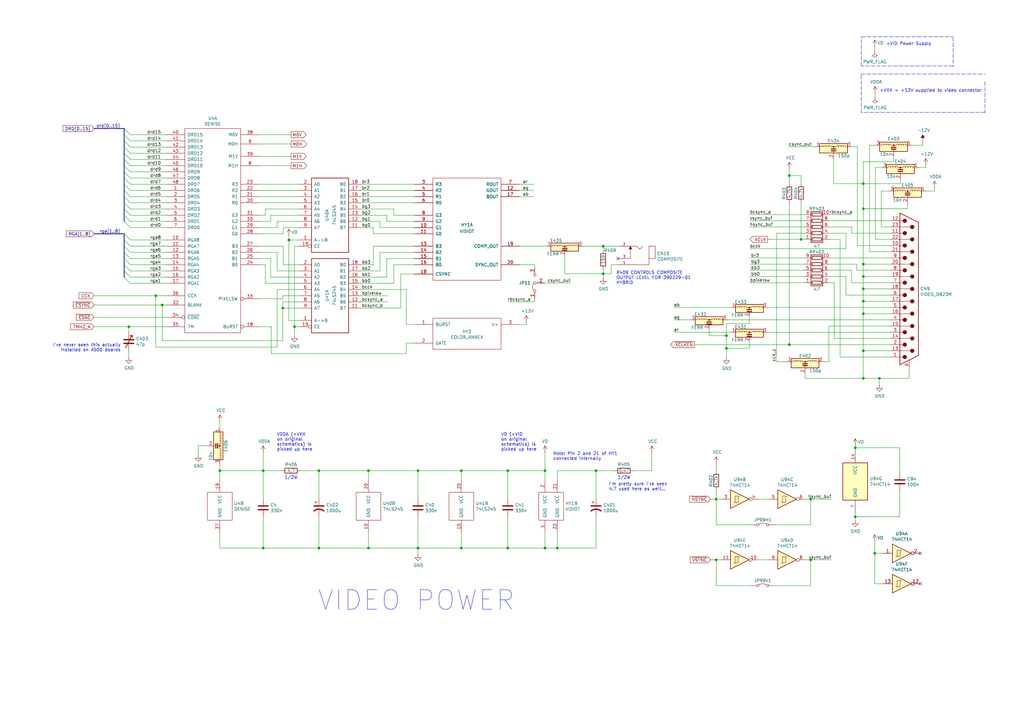
<source format=kicad_sch>
(kicad_sch (version 20250114) (generator "eeschema") (generator_version "9.0")
  (paper "A3")
  (title_block (title "Rämixx500") (date "2021-05-22") (rev "1") (company "SukkoPera") (comment 1 "DENISE IS PRETTY MUCH INTO VIDEO...") (comment 4 "Licensed under CC BY-NC-SA 4.0"))
  (text "VIDEO POWER" (at 130.048 251.079 0) (effects (font (size 8.001 8.001)) (justify left bottom)))
  (text "VD (+VID\non original\nschematics) is\npicked up here" (at 205.486 185.166 0) (effects (font (size 1.27 1.27)) (justify left bottom)))
  (text "1/2W" (at 116.713 196.723 0) (effects (font (size 1.27 1.27)) (justify left bottom)))
  (text "VDDA (+VXX\non original\nschematics) is\npicked up here" (at 113.538 185.166 0) (effects (font (size 1.27 1.27)) (justify left bottom)))
  (text "1/2W" (at 253.238 196.723 0) (effects (font (size 1.27 1.27)) (justify left bottom)))
  (text "+VXX = +12V supplied to video connector" (at 360.807 37.973 0) (effects (font (size 1.27 1.27)) (justify left bottom)))
  (text "+VID Power Supply" (at 382.016 18.796 0) (effects (font (size 1.27 1.27)) (justify right bottom)))
  (text "Note: Pin 2 and 21 of HY1\nconnected internally" (at 226.822 188.976 0) (effects (font (size 1.27 1.27)) (justify left bottom)))
  (text "I'm pretty sure I've seen\n4.7 used here as well..." (at 249.682 201.422 0) (effects (font (size 1.27 1.27)) (justify left bottom)))
  (text "R409 CONTROLS COMPOSITE\nOUTPUT LEVEL FOR 390229-01\nHYBRID" (at 252.73 116.84 0) (effects (font (size 1.27 1.27)) (justify left bottom)))
  (text "I've never seen this actually\ninstalled on A500 boards" (at 49.53 144.399 0) (effects (font (size 1.27 1.27)) (justify right bottom)))
  (junction (at 354.076 155.194))
  (junction (at 130.81 224.79))
  (junction (at 354.076 123.571))
  (junction (at 208.28 224.79))
  (junction (at 323.723 72.009))
  (junction (at 115.951 126.365))
  (junction (at 208.28 193.04))
  (junction (at 350.774 211.963))
  (junction (at 107.95 224.79))
  (junction (at 247.396 100.965))
  (junction (at 360.68 155.194))
  (junction (at 293.751 204.724))
  (junction (at 107.95 193.04))
  (junction (at 354.076 143.891))
  (junction (at 323.723 141.351))
  (junction (at 151.13 193.04))
  (junction (at 247.396 112.268))
  (junction (at 223.52 224.79))
  (junction (at 189.23 224.79))
  (junction (at 354.076 75.311))
  (junction (at 130.81 193.04))
  (junction (at 90.17 193.04))
  (junction (at 354.076 108.331))
  (junction (at 66.548 125.095))
  (junction (at 358.775 226.949))
  (junction (at 118.491 98.425))
  (junction (at 332.486 229.616))
  (junction (at 244.475 193.04))
  (junction (at 328.549 98.171))
  (junction (at 293.751 229.616))
  (junction (at 171.45 193.04))
  (junction (at 120.777 133.985))
  (junction (at 228.6 224.79))
  (junction (at 332.486 204.724))
  (junction (at 354.076 85.598))
  (junction (at 354.076 128.651))
  (junction (at 354.076 113.411))
  (junction (at 297.942 137.668))
  (junction (at 63.881 121.285))
  (junction (at 151.13 224.79))
  (junction (at 189.23 193.04))
  (junction (at 171.45 224.79))
  (junction (at 52.832 133.985))
  (junction (at 223.52 193.04))
  (junction (at 350.774 183.642))
  (junction (at 354.076 118.491))
  (junction (at 297.942 142.875))
  (no_connect (at 377.444 239.395))
  (no_connect (at 377.444 226.949))
  (no_connect (at 253.492 106.045))
  (bus_entry (at 50.927 70.485) (size 2.54 2.54))
  (bus_entry (at 50.927 73.025) (size 2.54 2.54))
  (bus_entry (at 50.927 55.245) (size 2.54 2.54))
  (bus_entry (at 50.927 95.885) (size 2.54 2.54))
  (bus_entry (at 50.927 88.265) (size 2.54 2.54))
  (bus_entry (at 50.927 52.705) (size 2.54 2.54))
  (bus_entry (at 50.927 57.785) (size 2.54 2.54))
  (bus_entry (at 50.927 100.965) (size 2.54 2.54))
  (bus_entry (at 50.927 113.665) (size 2.54 2.54))
  (bus_entry (at 50.927 83.185) (size 2.54 2.54))
  (bus_entry (at 50.927 98.425) (size 2.54 2.54))
  (bus_entry (at 50.927 60.325) (size 2.54 2.54))
  (bus_entry (at 50.927 80.645) (size 2.54 2.54))
  (bus_entry (at 50.927 85.725) (size 2.54 2.54))
  (bus_entry (at 50.927 65.405) (size 2.54 2.54))
  (bus_entry (at 50.927 62.865) (size 2.54 2.54))
  (bus_entry (at 50.927 108.585) (size 2.54 2.54))
  (bus_entry (at 50.927 103.505) (size 2.54 2.54))
  (bus_entry (at 50.927 111.125) (size 2.54 2.54))
  (bus_entry (at 50.927 90.805) (size 2.54 2.54))
  (bus_entry (at 50.927 75.565) (size 2.54 2.54))
  (bus_entry (at 50.927 67.945) (size 2.54 2.54))
  (bus_entry (at 50.927 106.045) (size 2.54 2.54))
  (bus_entry (at 50.927 78.105) (size 2.54 2.54))
  (wire (pts (xy 161.544 88.265) (xy 169.926 88.265)))
  (wire (pts (xy 148.082 108.585) (xy 153.162 108.585)))
  (wire (pts (xy 118.491 98.425) (xy 118.491 96.52)))
  (bus (pts (xy 50.927 85.725) (xy 50.927 88.265)))
  (wire (pts (xy 351.409 110.871) (xy 365.252 110.871)))
  (wire (pts (xy 362.204 239.395) (xy 358.775 239.395)))
  (wire (pts (xy 290.83 137.668) (xy 297.942 137.668)))
  (wire (pts (xy 356.616 59.563) (xy 358.902 59.563)))
  (wire (pts (xy 307.467 108.331) (xy 329.946 108.331)))
  (wire (pts (xy 68.199 88.265) (xy 53.467 88.265)))
  (wire (pts (xy 223.52 193.04) (xy 223.52 196.85)))
  (wire (pts (xy 340.106 93.091) (xy 349.377 93.091)))
  (wire (pts (xy 106.299 80.645) (xy 122.682 80.645)))
  (wire (pts (xy 208.28 193.04) (xy 223.52 193.04)))
  (wire (pts (xy 293.751 204.724) (xy 293.751 215.265)))
  (wire (pts (xy 354.076 143.891) (xy 354.076 155.194)))
  (wire (pts (xy 215.9 133.096) (xy 215.9 131.953)))
  (wire (pts (xy 323.723 141.351) (xy 284.734 141.351)))
  (wire (pts (xy 342.138 115.951) (xy 342.138 138.811)))
  (wire (pts (xy 148.082 78.105) (xy 169.926 78.105)))
  (wire (pts (xy 350.774 210.185) (xy 350.774 211.963)))
  (wire (pts (xy 155.829 111.125) (xy 155.829 103.505)))
  (wire (pts (xy 372.237 83.439) (xy 372.237 85.598)))
  (wire (pts (xy 365.252 98.171) (xy 359.029 98.171)))
  (wire (pts (xy 378.46 59.563) (xy 378.46 57.785)))
  (wire (pts (xy 299.72 136.271) (xy 276.352 136.271)))
  (wire (pts (xy 239.268 100.965) (xy 247.396 100.965)))
  (wire (pts (xy 346.964 121.031) (xy 365.252 121.031)))
  (wire (pts (xy 151.13 193.04) (xy 151.13 196.85)))
  (wire (pts (xy 110.998 90.805) (xy 110.998 88.265)))
  (wire (pts (xy 68.199 55.245) (xy 53.467 55.245)))
  (wire (pts (xy 148.082 116.205) (xy 161.544 116.205)))
  (wire (pts (xy 118.491 131.445) (xy 122.682 131.445)))
  (wire (pts (xy 161.544 108.585) (xy 169.926 108.585)))
  (wire (pts (xy 148.082 75.565) (xy 169.926 75.565)))
  (wire (pts (xy 328.549 72.009) (xy 328.549 75.311)))
  (wire (pts (xy 158.623 90.805) (xy 169.926 90.805)))
  (wire (pts (xy 171.45 193.04) (xy 171.45 204.47)))
  (wire (pts (xy 253.492 108.585) (xy 250.698 108.585)))
  (wire (pts (xy 115.951 121.285) (xy 122.682 121.285)))
  (wire (pts (xy 328.549 82.931) (xy 328.549 98.171)))
  (wire (pts (xy 113.665 118.745) (xy 122.682 118.745)))
  (wire (pts (xy 68.199 111.125) (xy 53.467 111.125)))
  (wire (pts (xy 354.076 128.651) (xy 354.076 143.891)))
  (wire (pts (xy 68.199 85.725) (xy 53.467 85.725)))
  (wire (pts (xy 350.774 211.963) (xy 350.774 213.487)))
  (wire (pts (xy 148.082 126.365) (xy 164.338 126.365)))
  (wire (pts (xy 223.52 224.79) (xy 223.52 218.44)))
  (wire (pts (xy 155.829 90.805) (xy 155.829 93.345)))
  (wire (pts (xy 297.942 132.715) (xy 297.942 137.668)))
  (wire (pts (xy 189.23 218.44) (xy 189.23 224.79)))
  (wire (pts (xy 354.076 75.311) (xy 369.316 75.311)))
  (wire (pts (xy 329.946 95.631) (xy 318.516 95.631)))
  (wire (pts (xy 213.106 133.096) (xy 215.9 133.096)))
  (wire (pts (xy 106.299 59.055) (xy 119.38 59.055)))
  (wire (pts (xy 106.299 93.345) (xy 113.665 93.345)))
  (wire (pts (xy 323.469 60.198) (xy 334.264 60.198)))
  (wire (pts (xy 68.199 78.105) (xy 53.467 78.105)))
  (wire (pts (xy 361.442 78.359) (xy 364.617 78.359)))
  (wire (pts (xy 340.106 108.331) (xy 351.409 108.331)))
  (wire (pts (xy 332.486 240.157) (xy 332.486 229.616)))
  (wire (pts (xy 113.665 93.345) (xy 113.665 90.805)))
  (wire (pts (xy 244.475 193.04) (xy 252.095 193.04)))
  (wire (pts (xy 108.839 85.725) (xy 122.682 85.725)))
  (wire (pts (xy 344.551 146.431) (xy 365.252 146.431)))
  (wire (pts (xy 317.881 215.265) (xy 332.486 215.265)))
  (wire (pts (xy 365.252 113.411) (xy 354.076 113.411)))
  (wire (pts (xy 52.832 133.985) (xy 68.199 133.985)))
  (wire (pts (xy 366.522 66.294) (xy 366.522 64.643)))
  (wire (pts (xy 148.082 93.345) (xy 153.162 93.345)))
  (wire (pts (xy 166.624 140.716) (xy 169.926 140.716)))
  (wire (pts (xy 307.467 113.411) (xy 329.946 113.411)))
  (wire (pts (xy 356.616 59.563) (xy 356.616 103.251)))
  (wire (pts (xy 90.17 224.79) (xy 90.17 218.44)))
  (wire (pts (xy 299.72 126.111) (xy 276.352 126.111)))
  (wire (pts (xy 153.162 108.585) (xy 153.162 100.965)))
  (wire (pts (xy 116.205 100.965) (xy 116.205 108.585)))
  (wire (pts (xy 365.252 93.091) (xy 361.442 93.091)))
  (wire (pts (xy 148.082 118.745) (xy 166.624 118.745)))
  (wire (pts (xy 164.338 126.365) (xy 164.338 112.395)))
  (wire (pts (xy 369.062 183.642) (xy 350.774 183.642)))
  (wire (pts (xy 341.884 65.278) (xy 341.884 75.311)))
  (wire (pts (xy 148.082 88.265) (xy 158.623 88.265)))
  (wire (pts (xy 107.95 212.09) (xy 107.95 224.79)))
  (wire (pts (xy 63.881 121.285) (xy 63.881 142.367)))
  (bus (pts (xy 50.927 65.405) (xy 50.927 67.945)))
  (wire (pts (xy 340.106 113.411) (xy 346.964 113.411)))
  (wire (pts (xy 148.082 113.665) (xy 158.623 113.665)))
  (wire (pts (xy 360.68 157.988) (xy 360.68 155.194)))
  (wire (pts (xy 369.062 211.963) (xy 369.062 201.422)))
  (wire (pts (xy 106.299 108.585) (xy 108.839 108.585)))
  (bus (pts (xy 50.927 73.025) (xy 50.927 75.565)))
  (wire (pts (xy 38.608 125.095) (xy 66.548 125.095)))
  (wire (pts (xy 151.13 218.44) (xy 151.13 224.79)))
  (wire (pts (xy 379.73 68.707) (xy 379.73 67.564)))
  (wire (pts (xy 358.775 20.955) (xy 358.775 18.923)))
  (wire (pts (xy 311.023 204.724) (xy 315.214 204.724)))
  (wire (pts (xy 365.252 123.571) (xy 354.076 123.571)))
  (wire (pts (xy 153.162 95.885) (xy 169.926 95.885)))
  (wire (pts (xy 317.881 240.157) (xy 332.486 240.157)))
  (bus (pts (xy 50.927 103.505) (xy 50.927 106.045)))
  (bus (pts (xy 50.927 100.965) (xy 50.927 103.505)))
  (wire (pts (xy 158.623 113.665) (xy 158.623 106.045)))
  (wire (pts (xy 106.299 64.135) (xy 119.38 64.135)))
  (wire (pts (xy 122.682 100.965) (xy 120.777 100.965)))
  (wire (pts (xy 171.45 212.09) (xy 171.45 224.79)))
  (wire (pts (xy 365.252 118.491) (xy 354.076 118.491)))
  (wire (pts (xy 332.486 215.265) (xy 332.486 204.724)))
  (wire (pts (xy 120.777 133.985) (xy 122.682 133.985)))
  (wire (pts (xy 106.299 88.265) (xy 108.839 88.265)))
  (wire (pts (xy 293.751 215.265) (xy 307.721 215.265)))
  (bus (pts (xy 50.927 95.885) (xy 38.608 95.885)))
  (wire (pts (xy 354.076 155.194) (xy 360.68 155.194)))
  (wire (pts (xy 68.199 93.345) (xy 53.467 93.345)))
  (wire (pts (xy 130.81 224.79) (xy 107.95 224.79)))
  (wire (pts (xy 379.857 78.359) (xy 383.286 78.359)))
  (bus (pts (xy 50.927 98.425) (xy 50.927 100.965)))
  (wire (pts (xy 307.467 88.011) (xy 329.946 88.011)))
  (bus (pts (xy 50.927 111.125) (xy 50.927 113.665)))
  (wire (pts (xy 365.252 128.651) (xy 354.076 128.651)))
  (wire (pts (xy 307.34 142.875) (xy 297.942 142.875)))
  (wire (pts (xy 354.076 118.491) (xy 354.076 123.571)))
  (wire (pts (xy 151.13 193.04) (xy 171.45 193.04)))
  (wire (pts (xy 346.964 113.411) (xy 346.964 121.031)))
  (wire (pts (xy 330.2 155.194) (xy 354.076 155.194)))
  (wire (pts (xy 106.299 95.885) (xy 116.205 95.885)))
  (polyline (pts (xy 353.187 30.353) (xy 403.987 30.353)) (stroke (width 0) (type dash)))
  (wire (pts (xy 283.21 131.191) (xy 276.352 131.191)))
  (wire (pts (xy 189.23 196.85) (xy 189.23 193.04)))
  (wire (pts (xy 307.467 101.981) (xy 346.964 101.981)))
  (wire (pts (xy 354.076 85.598) (xy 354.076 75.311)))
  (wire (pts (xy 213.106 100.965) (xy 224.028 100.965)))
  (wire (pts (xy 116.205 108.585) (xy 122.682 108.585)))
  (wire (pts (xy 68.199 83.185) (xy 53.467 83.185)))
  (wire (pts (xy 350.774 211.963) (xy 369.062 211.963)))
  (wire (pts (xy 122.682 98.425) (xy 118.491 98.425)))
  (wire (pts (xy 213.106 75.565) (xy 218.948 75.565)))
  (wire (pts (xy 106.299 122.555) (xy 115.951 122.555)))
  (wire (pts (xy 354.076 108.331) (xy 354.076 113.411)))
  (wire (pts (xy 107.95 193.04) (xy 107.95 185.42)))
  (wire (pts (xy 332.486 229.616) (xy 340.995 229.616)))
  (wire (pts (xy 307.467 115.951) (xy 329.946 115.951)))
  (bus (pts (xy 50.927 80.645) (xy 50.927 83.185)))
  (bus (pts (xy 50.927 78.105) (xy 50.927 80.645)))
  (bus (pts (xy 50.927 108.585) (xy 50.927 111.125)))
  (wire (pts (xy 38.608 133.985) (xy 52.832 133.985)))
  (wire (pts (xy 52.832 136.271) (xy 52.832 133.985)))
  (wire (pts (xy 106.299 83.185) (xy 122.682 83.185)))
  (polyline (pts (xy 390.906 27.051) (xy 353.314 27.051)) (stroke (width 0) (type dash)))
  (wire (pts (xy 68.199 98.425) (xy 53.467 98.425)))
  (wire (pts (xy 153.162 93.345) (xy 153.162 95.885)))
  (wire (pts (xy 323.723 72.009) (xy 323.723 69.088)))
  (wire (pts (xy 171.45 224.79) (xy 189.23 224.79)))
  (wire (pts (xy 359.029 68.707) (xy 361.696 68.707)))
  (wire (pts (xy 318.516 95.631) (xy 318.516 148.336)))
  (wire (pts (xy 307.467 105.791) (xy 329.946 105.791)))
  (wire (pts (xy 350.774 183.642) (xy 350.774 182.499)))
  (wire (pts (xy 318.516 148.336) (xy 322.58 148.336)))
  (wire (pts (xy 113.665 103.505) (xy 113.665 111.125)))
  (wire (pts (xy 81.28 182.88) (xy 81.28 186.69)))
  (wire (pts (xy 108.839 108.585) (xy 108.839 116.205)))
  (polyline (pts (xy 403.987 46.101) (xy 353.187 46.101)) (stroke (width 0) (type dash)))
  (wire (pts (xy 63.881 121.285) (xy 68.199 121.285)))
  (bus (pts (xy 50.927 70.485) (xy 50.927 73.025)))
  (bus (pts (xy 50.927 75.565) (xy 50.927 78.105)))
  (bus (pts (xy 50.927 52.705) (xy 38.608 52.705)))
  (wire (pts (xy 340.106 95.631) (xy 346.964 95.631)))
  (wire (pts (xy 115.951 122.555) (xy 115.951 121.285)))
  (wire (pts (xy 148.082 83.185) (xy 169.926 83.185)))
  (wire (pts (xy 113.665 111.125) (xy 122.682 111.125)))
  (wire (pts (xy 369.316 75.311) (xy 369.316 73.787)))
  (wire (pts (xy 68.199 65.405) (xy 53.467 65.405)))
  (wire (pts (xy 351.663 60.198) (xy 351.663 100.711)))
  (wire (pts (xy 359.029 68.707) (xy 359.029 98.171)))
  (wire (pts (xy 153.162 100.965) (xy 169.926 100.965)))
  (bus (pts (xy 50.927 52.705) (xy 50.927 55.245)))
  (wire (pts (xy 219.329 123.825) (xy 208.153 123.825)))
  (wire (pts (xy 148.082 121.285) (xy 159.004 121.285)))
  (wire (pts (xy 247.396 102.743) (xy 247.396 100.965)))
  (wire (pts (xy 330.2 153.416) (xy 330.2 155.194)))
  (wire (pts (xy 314.96 136.271) (xy 365.252 136.271)))
  (wire (pts (xy 90.17 190.5) (xy 90.17 193.04)))
  (wire (pts (xy 68.199 108.585) (xy 53.467 108.585)))
  (bus (pts (xy 50.927 83.185) (xy 50.927 85.725)))
  (wire (pts (xy 106.299 106.045) (xy 110.998 106.045)))
  (wire (pts (xy 365.252 108.331) (xy 354.076 108.331)))
  (wire (pts (xy 231.648 104.775) (xy 231.648 112.268)))
  (wire (pts (xy 244.475 193.04) (xy 228.6 193.04)))
  (wire (pts (xy 259.715 193.04) (xy 267.335 193.04)))
  (wire (pts (xy 244.475 193.04) (xy 244.475 204.47)))
  (wire (pts (xy 228.6 193.04) (xy 228.6 196.85)))
  (polyline (pts (xy 353.314 46.101) (xy 353.187 30.353)) (stroke (width 0) (type dash)))
  (wire (pts (xy 307.34 132.715) (xy 297.942 132.715)))
  (wire (pts (xy 68.199 62.865) (xy 53.467 62.865)))
  (wire (pts (xy 155.829 93.345) (xy 169.926 93.345)))
  (polyline (pts (xy 403.987 33.528) (xy 403.987 46.228)) (stroke (width 0) (type dash)))
  (bus (pts (xy 50.927 106.045) (xy 50.927 108.585)))
  (wire (pts (xy 68.199 73.025) (xy 53.467 73.025)))
  (wire (pts (xy 358.775 239.395) (xy 358.775 226.949)))
  (wire (pts (xy 63.881 142.367) (xy 113.665 142.367)))
  (wire (pts (xy 148.082 90.805) (xy 155.829 90.805)))
  (wire (pts (xy 115.951 139.7) (xy 115.951 126.365)))
  (wire (pts (xy 171.45 227.457) (xy 171.45 224.79)))
  (wire (pts (xy 151.13 224.79) (xy 130.81 224.79)))
  (wire (pts (xy 68.199 70.485) (xy 53.467 70.485)))
  (wire (pts (xy 106.299 67.945) (xy 119.38 67.945)))
  (wire (pts (xy 164.338 112.395) (xy 169.926 112.395)))
  (wire (pts (xy 351.663 100.711) (xy 365.252 100.711)))
  (wire (pts (xy 68.199 106.045) (xy 53.467 106.045)))
  (wire (pts (xy 340.106 90.551) (xy 365.252 90.551)))
  (wire (pts (xy 354.076 123.571) (xy 354.076 128.651)))
  (wire (pts (xy 148.082 111.125) (xy 155.829 111.125)))
  (wire (pts (xy 358.775 226.949) (xy 358.775 221.869)))
  (wire (pts (xy 307.34 140.081) (xy 307.34 142.875)))
  (wire (pts (xy 52.832 146.558) (xy 52.832 143.891)))
  (wire (pts (xy 68.199 75.565) (xy 53.467 75.565)))
  (bus (pts (xy 50.927 67.945) (xy 50.927 70.485)))
  (wire (pts (xy 148.082 123.825) (xy 159.004 123.825)))
  (wire (pts (xy 351.409 108.331) (xy 351.409 110.871)))
  (wire (pts (xy 365.252 143.891) (xy 354.076 143.891)))
  (wire (pts (xy 329.946 98.171) (xy 328.549 98.171)))
  (wire (pts (xy 118.491 98.425) (xy 118.491 131.445)))
  (wire (pts (xy 244.475 224.79) (xy 228.6 224.79)))
  (wire (pts (xy 228.6 224.79) (xy 223.52 224.79)))
  (wire (pts (xy 90.17 172.72) (xy 90.17 175.26)))
  (wire (pts (xy 68.199 90.805) (xy 53.467 90.805)))
  (bus (pts (xy 50.927 60.325) (xy 50.927 62.865)))
  (wire (pts (xy 68.199 80.645) (xy 53.467 80.645)))
  (wire (pts (xy 323.723 75.438) (xy 323.723 72.009)))
  (wire (pts (xy 66.548 125.095) (xy 66.548 139.7)))
  (wire (pts (xy 68.199 67.945) (xy 53.467 67.945)))
  (wire (pts (xy 120.777 100.965) (xy 120.777 133.985)))
  (wire (pts (xy 66.548 125.095) (xy 68.199 125.095)))
  (wire (pts (xy 365.252 141.351) (xy 323.723 141.351)))
  (wire (pts (xy 372.237 85.598) (xy 354.076 85.598)))
  (wire (pts (xy 293.751 200.914) (xy 293.751 204.724)))
  (wire (pts (xy 108.839 116.205) (xy 122.682 116.205)))
  (wire (pts (xy 250.698 108.585) (xy 250.698 112.268)))
  (wire (pts (xy 223.139 116.078) (xy 233.934 116.078)))
  (wire (pts (xy 148.082 85.725) (xy 161.544 85.725)))
  (wire (pts (xy 354.076 66.294) (xy 366.522 66.294)))
  (wire (pts (xy 158.623 106.045) (xy 169.926 106.045)))
  (wire (pts (xy 130.81 204.47) (xy 130.81 193.04)))
  (wire (pts (xy 66.548 139.7) (xy 115.951 139.7)))
  (wire (pts (xy 219.329 123.825) (xy 219.329 122.428)))
  (wire (pts (xy 113.665 90.805) (xy 122.682 90.805)))
  (wire (pts (xy 295.783 229.616) (xy 293.751 229.616)))
  (wire (pts (xy 307.34 129.921) (xy 307.34 132.715)))
  (wire (pts (xy 307.467 93.091) (xy 329.946 93.091)))
  (wire (pts (xy 354.076 85.598) (xy 354.076 108.331)))
  (wire (pts (xy 293.751 240.157) (xy 307.721 240.157)))
  (wire (pts (xy 295.783 204.724) (xy 293.751 204.724)))
  (wire (pts (xy 189.23 193.04) (xy 208.28 193.04)))
  (wire (pts (xy 376.936 68.707) (xy 379.73 68.707)))
  (wire (pts (xy 106.299 55.245) (xy 119.38 55.245)))
  (wire (pts (xy 358.902 39.751) (xy 358.902 37.973)))
  (wire (pts (xy 90.17 196.85) (xy 90.17 193.04)))
  (wire (pts (xy 361.442 78.359) (xy 361.442 93.091)))
  (wire (pts (xy 349.25 110.871) (xy 349.25 115.951)))
  (wire (pts (xy 130.81 212.09) (xy 130.81 224.79)))
  (wire (pts (xy 110.998 106.045) (xy 110.998 113.665)))
  (wire (pts (xy 293.751 229.616) (xy 293.751 240.157)))
  (wire (pts (xy 107.95 193.04) (xy 115.57 193.04)))
  (wire (pts (xy 290.83 135.001) (xy 290.83 137.668)))
  (wire (pts (xy 247.396 112.268) (xy 247.396 114.046)))
  (wire (pts (xy 110.998 113.665) (xy 122.682 113.665)))
  (wire (pts (xy 293.751 193.294) (xy 293.751 189.865)))
  (wire (pts (xy 166.624 118.745) (xy 166.624 133.096)))
  (wire (pts (xy 349.377 93.091) (xy 349.377 95.631)))
  (wire (pts (xy 247.396 100.965) (xy 253.492 100.965)))
  (bus (pts (xy 50.927 55.245) (xy 50.927 57.785)))
  (wire (pts (xy 323.723 83.058) (xy 323.723 141.351)))
  (wire (pts (xy 90.17 193.04) (xy 107.95 193.04)))
  (wire (pts (xy 68.199 113.665) (xy 53.467 113.665)))
  (wire (pts (xy 116.205 95.885) (xy 116.205 93.345)))
  (wire (pts (xy 323.723 72.009) (xy 328.549 72.009)))
  (wire (pts (xy 354.076 75.311) (xy 354.076 66.294)))
  (wire (pts (xy 328.549 98.171) (xy 314.833 98.171)))
  (wire (pts (xy 208.28 212.09) (xy 208.28 224.79)))
  (wire (pts (xy 155.829 103.505) (xy 169.926 103.505)))
  (wire (pts (xy 340.106 88.011) (xy 349.377 88.011)))
  (wire (pts (xy 340.106 115.951) (xy 342.138 115.951)))
  (wire (pts (xy 307.467 110.871) (xy 329.946 110.871)))
  (wire (pts (xy 293.751 229.616) (xy 291.465 229.616)))
  (wire (pts (xy 68.199 103.505) (xy 53.467 103.505)))
  (wire (pts (xy 297.942 142.875) (xy 297.942 146.685)))
  (wire (pts (xy 208.28 193.04) (xy 208.28 204.47)))
  (wire (pts (xy 314.96 126.111) (xy 365.252 126.111)))
  (wire (pts (xy 158.623 88.265) (xy 158.623 90.805)))
  (wire (pts (xy 223.52 185.42) (xy 223.52 193.04)))
  (wire (pts (xy 213.106 108.585) (xy 219.329 108.585)))
  (wire (pts (xy 151.13 224.79) (xy 171.45 224.79)))
  (wire (pts (xy 350.774 184.785) (xy 350.774 183.642)))
  (wire (pts (xy 228.6 218.44) (xy 228.6 224.79)))
  (wire (pts (xy 108.839 88.265) (xy 108.839 85.725)))
  (wire (pts (xy 110.998 88.265) (xy 122.682 88.265)))
  (wire (pts (xy 267.335 185.42) (xy 267.335 193.04)))
  (wire (pts (xy 369.062 193.802) (xy 369.062 183.642)))
  (wire (pts (xy 106.299 103.505) (xy 113.665 103.505)))
  (wire (pts (xy 148.082 80.645) (xy 169.926 80.645)))
  (wire (pts (xy 340.106 110.871) (xy 349.25 110.871)))
  (wire (pts (xy 360.68 155.194) (xy 372.872 155.194)))
  (wire (pts (xy 106.299 100.965) (xy 116.205 100.965)))
  (wire (pts (xy 354.076 113.411) (xy 354.076 118.491)))
  (wire (pts (xy 106.299 90.805) (xy 110.998 90.805)))
  (wire (pts (xy 293.751 204.724) (xy 291.465 204.724)))
  (wire (pts (xy 166.624 133.096) (xy 169.926 133.096)))
  (wire (pts (xy 107.95 224.79) (xy 90.17 224.79)))
  (wire (pts (xy 171.45 193.04) (xy 189.23 193.04)))
  (polyline (pts (xy 353.314 15.113) (xy 390.906 15.113)) (stroke (width 0) (type dash)))
  (wire (pts (xy 106.299 78.105) (xy 122.682 78.105)))
  (wire (pts (xy 130.81 193.04) (xy 151.13 193.04)))
  (wire (pts (xy 330.454 204.724) (xy 332.486 204.724)))
  (wire (pts (xy 115.951 123.825) (xy 122.682 123.825)))
  (wire (pts (xy 349.377 95.631) (xy 365.252 95.631)))
  (wire (pts (xy 372.872 155.194) (xy 372.872 151.511)))
  (wire (pts (xy 166.624 145.034) (xy 166.624 140.716)))
  (polyline (pts (xy 353.314 27.051) (xy 353.314 15.113)) (stroke (width 0) (type dash)))
  (wire (pts (xy 339.979 133.731) (xy 339.979 148.336)))
  (wire (pts (xy 161.544 85.725) (xy 161.544 88.265)))
  (wire (pts (xy 189.23 224.79) (xy 208.28 224.79)))
  (wire (pts (xy 68.199 116.205) (xy 53.467 116.205)))
  (wire (pts (xy 307.467 90.551) (xy 329.946 90.551)))
  (wire (pts (xy 341.884 75.311) (xy 354.076 75.311)))
  (wire (pts (xy 68.199 60.325) (xy 53.467 60.325)))
  (wire (pts (xy 311.023 229.616) (xy 315.214 229.616)))
  (wire (pts (xy 247.396 110.363) (xy 247.396 112.268)))
  (wire (pts (xy 208.28 224.79) (xy 223.52 224.79)))
  (bus (pts (xy 50.927 95.885) (xy 50.927 98.425)))
  (wire (pts (xy 106.299 75.565) (xy 122.682 75.565)))
  (wire (pts (xy 362.204 226.949) (xy 358.775 226.949)))
  (wire (pts (xy 107.95 193.04) (xy 107.95 204.47)))
  (wire (pts (xy 337.82 148.336) (xy 339.979 148.336)))
  (wire (pts (xy 231.648 112.268) (xy 247.396 112.268)))
  (wire (pts (xy 374.142 59.563) (xy 378.46 59.563)))
  (wire (pts (xy 38.608 130.175) (xy 68.199 130.175)))
  (wire (pts (xy 365.252 138.811) (xy 342.138 138.811)))
  (wire (pts (xy 161.544 116.205) (xy 161.544 108.585)))
  (wire (pts (xy 85.09 182.88) (xy 81.28 182.88)))
  (wire (pts (xy 244.475 212.09) (xy 244.475 224.79)))
  (wire (pts (xy 213.106 80.645) (xy 218.948 80.645)))
  (wire (pts (xy 68.199 57.785) (xy 53.467 57.785)))
  (wire (pts (xy 339.979 133.731) (xy 365.252 133.731)))
  (wire (pts (xy 115.951 126.365) (xy 115.951 123.825)))
  (wire (pts (xy 365.252 103.251) (xy 356.616 103.251)))
  (wire (pts (xy 68.199 100.965) (xy 53.467 100.965)))
  (wire (pts (xy 330.454 229.616) (xy 332.486 229.616)))
  (wire (pts (xy 344.551 98.171) (xy 340.106 98.171)))
  (wire (pts (xy 332.486 204.724) (xy 340.995 204.724)))
  (wire (pts (xy 116.205 93.345) (xy 122.682 93.345)))
  (wire (pts (xy 120.777 137.668) (xy 120.777 133.985)))
  (bus (pts (xy 50.927 62.865) (xy 50.927 65.405)))
  (bus (pts (xy 50.927 57.785) (xy 50.927 60.325)))
  (wire (pts (xy 247.396 112.268) (xy 250.698 112.268)))
  (wire (pts (xy 219.329 108.585) (xy 219.329 109.728)))
  (wire (pts (xy 346.964 95.631) (xy 346.964 101.981)))
  (wire (pts (xy 38.608 121.285) (xy 63.881 121.285)))
  (wire (pts (xy 111.252 145.034) (xy 166.624 145.034)))
  (wire (pts (xy 122.682 126.365) (xy 115.951 126.365)))
  (wire (pts (xy 113.665 142.367) (xy 113.665 118.745)))
  (wire (pts (xy 297.942 137.668) (xy 297.942 142.875)))
  (wire (pts (xy 349.504 60.198) (xy 351.663 60.198)))
  (wire (pts (xy 298.45 131.191) (xy 365.252 131.191)))
  (wire (pts (xy 106.299 133.985) (xy 111.252 133.985)))
  (wire (pts (xy 383.286 78.359) (xy 383.286 76.835)))
  (wire (pts (xy 340.106 105.791) (xy 365.252 105.791)))
  (wire (pts (xy 344.551 98.171) (xy 344.551 146.431)))
  (bus (pts (xy 50.927 88.265) (xy 50.927 90.805)))
  (polyline (pts (xy 390.906 15.24) (xy 390.906 27.305)) (stroke (width 0) (type dash)))
  (wire (pts (xy 213.106 78.105) (xy 218.948 78.105)))
  (wire (pts (xy 349.25 115.951) (xy 365.252 115.951)))
  (wire (pts (xy 111.252 133.985) (xy 111.252 145.034)))
  (wire (pts (xy 123.19 193.04) (xy 130.81 193.04)))
  (label "bpixelsw" (at 148.336 121.285 0))
  (label "bg2" (at 148.336 88.265 0))
  (label "bg1" (at 148.336 90.805 0))
  (label "drd15" (at 66.04 55.245 180))
  (label "rga5" (at 66.04 106.045 180))
  (label "drd9" (at 66.04 70.485 180))
  (label "bcck" (at 148.336 118.745 0))
  (label "rbcsync_a" (at 208.153 123.825 0))
  (label "ar" (at 214.376 75.565 0))
  (label "cck_c" (at 318.516 148.336 90))
  (label "bcsync_b" (at 148.336 126.365 0))
  (label "ab" (at 276.352 126.111 0))
  (label "rbcsync_a" (at 340.106 88.011 0))
  (label "drd[0..15]" (at 39.497 52.705 0))
  (label "rga7" (at 66.04 100.965 180))
  (label "hsync_buf" (at 340.995 204.724 180))
  (label "vsync_buf" (at 307.467 90.551 0))
  (label "ar" (at 276.352 136.271 0))
  (label "drd3" (at 66.04 85.725 180))
  (label "rga1" (at 66.04 116.205 180))
  (label "br0" (at 148.336 83.185 0))
  (label "ag" (at 214.376 78.105 0))
  (label "drd14" (at 66.04 57.785 180))
  (label "drd6" (at 66.04 78.105 180))
  (label "bb0" (at 307.975 113.411 0))
  (label "csync_out" (at 224.536 116.078 0))
  (label "rga8" (at 66.04 98.425 180))
  (label "br1" (at 148.336 80.645 0))
  (label "bcsync_a" (at 307.467 88.011 0))
  (label "drd1" (at 66.04 90.805 180))
  (label "rga[1..8]" (at 40.767 95.885 0))
  (label "bb3" (at 307.975 110.871 0))
  (label "rga4" (at 66.04 108.585 180))
  (label "bpixelsw" (at 307.594 115.951 0))
  (label "ag" (at 276.352 131.191 0))
  (label "bb1" (at 148.336 113.665 0))
  (label "bb3" (at 148.336 108.585 0))
  (label "drd12" (at 66.04 62.865 180))
  (label "drd11" (at 66.04 65.405 180))
  (label "drd5" (at 66.04 80.645 180))
  (label "drd8" (at 66.04 73.025 180))
  (label "rga3" (at 66.04 111.125 180))
  (label "bg3" (at 148.336 85.725 0))
  (label "rga2" (at 66.04 113.665 180))
  (label "bg0" (at 148.336 93.345 0))
  (label "drd4" (at 66.04 83.185 180))
  (label "csync_out" (at 323.469 60.198 0))
  (label "br3" (at 148.336 75.565 0))
  (label "bb2" (at 148.336 111.125 0))
  (label "hsync_buf" (at 307.467 93.091 0))
  (label "vsync_buf" (at 340.995 229.616 180))
  (label "drd7" (at 66.04 75.565 180))
  (label "bg3" (at 307.975 108.331 0))
  (label "bcsync_a" (at 148.336 123.825 0))
  (label "bcck" (at 307.467 101.981 0))
  (label "drd10" (at 66.04 67.945 180))
  (label "br3" (at 307.975 105.791 0))
  (label "drd0" (at 66.04 93.345 180))
  (label "rga6" (at 66.04 103.505 180))
  (label "bb0" (at 148.336 116.205 0))
  (label "br2" (at 148.336 78.105 0))
  (label "drd2" (at 66.04 88.265 180))
  (label "drd13" (at 66.04 60.325 180))
  (label "ab" (at 214.376 80.645 0))
  (global_label "7MHZ_A" (shape input) (at 38.608 133.985 180) (property "Intersheetrefs" "${INTERSHEET_REFS}" (effects (hide yes))))
  (global_label "~{XCLKEN}" (shape output) (at 284.734 141.351 180) (property "Intersheetrefs" "${INTERSHEET_REFS}" (effects (hide yes))))
  (global_label "~{CSYNC}" (shape input) (at 38.608 125.095 180) (property "Intersheetrefs" "${INTERSHEET_REFS}" (effects (hide yes))))
  (global_label "CCK" (shape input) (at 38.608 121.285 180) (property "Intersheetrefs" "${INTERSHEET_REFS}" (effects (hide yes))))
  (global_label "XCLK" (shape output) (at 314.833 98.171 180) (property "Intersheetrefs" "${INTERSHEET_REFS}" (effects (hide yes))))
  (global_label "~{VSYNC}" (shape input) (at 291.465 229.616 180) (property "Intersheetrefs" "${INTERSHEET_REFS}" (effects (hide yes))))
  (global_label "M1V" (shape output) (at 119.38 64.135 0) (property "Intersheetrefs" "${INTERSHEET_REFS}" (effects (hide yes))))
  (global_label "DRD[0..15]" (shape input) (at 38.608 52.705 180) (property "Intersheetrefs" "${INTERSHEET_REFS}" (effects (hide yes))))
  (global_label "M0V" (shape output) (at 119.38 55.245 0) (property "Intersheetrefs" "${INTERSHEET_REFS}" (effects (hide yes))))
  (global_label "M0H" (shape output) (at 119.38 59.055 0) (property "Intersheetrefs" "${INTERSHEET_REFS}" (effects (hide yes))))
  (global_label "~{HSYNC}" (shape input) (at 291.465 204.724 180) (property "Intersheetrefs" "${INTERSHEET_REFS}" (effects (hide yes))))
  (global_label "~{CDAC}" (shape input) (at 38.608 130.175 180) (property "Intersheetrefs" "${INTERSHEET_REFS}" (effects (hide yes))))
  (global_label "RGA[1..8]" (shape input) (at 38.608 95.885 180) (property "Intersheetrefs" "${INTERSHEET_REFS}" (effects (hide yes))))
  (global_label "M1H" (shape output) (at 119.38 67.945 0) (property "Intersheetrefs" "${INTERSHEET_REFS}" (effects (hide yes))))
  (symbol (lib_id "DENISE:DENISE") (at 87.249 92.075 0) (unit 1)
    (property "Reference" "U4" (at 87.249 48.514 0))
    (property "Value" "DENISE" (at 87.249 50.8254 0))
    (property "Footprint" "Package_DIP:DIP-48_W15.24mm_Socket_LongPads" (effects (hide yes)))
    (property "Datasheet" "DOCUMENTATION" (effects (hide yes)))
    (property "Section" "CUSTOM" (effects (hide yes)))
    (property "Required" "Y" (effects (hide yes)))
  )
  (symbol (lib_id "Device:C_Variable") (at 52.832 140.081 0) (unit 1)
    (property "Reference" "C403" (at 55.753 138.9126 0) (effects (justify left)))
    (property "Value" "47p" (at 55.753 141.224 0) (effects (justify left)))
    (property "Footprint" "Raemixx500:VariCap" (effects (hide yes)))
    (property "MFG Name" "SKIP" (effects (hide yes)))
    (property "MFG Part Num" "SKIP" (effects (hide yes)))
  )
  (symbol (lib_id "power:GND") (at 52.832 146.558 0) (unit 1)
    (property "Reference" "#PWR0121" (effects (hide yes)))
    (property "Value" "GND" (at 52.959 150.9522 0))
  )
  (symbol (lib_id "74ls245:74LS245") (at 135.382 88.265 0) (unit 1)
    (property "Reference" "U40" (at 134.112 88.265 90))
    (property "Value" "74LS245" (at 137.16 88.265 90))
    (property "Footprint" "Package_DIP:DIP-20_W7.62mm_Socket_LongPads" (effects (hide yes)))
    (property "Datasheet" "http://www.ti.com/lit/gpn/sn74LS245" (effects (hide yes)))
    (property "Section" "VIDEO" (effects (hide yes)))
    (property "Cost" "0.311" (effects (hide yes)))
    (property "MFG Name" "TI" (effects (hide yes)))
    (property "MFG Part Num" "CD74ACT245E" (effects (hide yes)))
    (property "Required" "Y" (effects (hide yes)))
  )
  (symbol (lib_id "74ls245:74LS245") (at 135.382 121.285 0) (unit 1)
    (property "Reference" "U41" (at 134.112 121.285 90))
    (property "Value" "74LS245" (at 137.16 121.285 90))
    (property "Footprint" "Package_DIP:DIP-20_W7.62mm_Socket_LongPads" (effects (hide yes)))
    (property "Datasheet" "http://www.ti.com/lit/gpn/sn74LS245" (effects (hide yes)))
    (property "Section" "VIDEO" (effects (hide yes)))
    (property "Cost" "0.311" (effects (hide yes)))
    (property "MFG Name" "TI" (effects (hide yes)))
    (property "MFG Part Num" "CD74ACT245E" (effects (hide yes)))
    (property "Required" "Y" (effects (hide yes)))
  )
  (symbol (lib_id "power:GND") (at 120.777 137.668 0) (unit 1)
    (property "Reference" "#PWR0122" (effects (hide yes)))
    (property "Value" "GND" (at 120.904 142.0622 0))
  )
  (symbol (lib_id "power:VD") (at 118.491 96.52 0) (unit 1)
    (property "Reference" "#PWR0123" (effects (hide yes)))
    (property "Value" "VD" (at 120.777 95.25 0))
  )
  (symbol (lib_id "power:VD") (at 358.775 18.923 0) (unit 1)
    (property "Reference" "#PWR0124" (effects (hide yes)))
    (property "Value" "VD" (at 361.061 17.653 0))
  )
  (symbol (lib_id "VIDIOT:VIDIOT") (at 191.516 93.345 0) (unit 1)
    (property "Reference" "HY1" (at 191.516 92.202 0))
    (property "Value" "VIDIOT" (at 191.516 94.869 0))
    (property "Footprint" "Connector_PinHeader_2.54mm:PinHeader_1x22_P2.54mm_Vertical" (effects (hide yes)))
    (property "Datasheet" "DOCUMENTATION" (effects (hide yes)))
    (property "MFG Name" "SKIP" (effects (hide yes)))
    (property "MFG Part Num" "SKIP" (effects (hide yes)))
    (property "Section" "VID" (effects (hide yes)))
    (property "Required" "Y" (effects (hide yes)))
  )
  (symbol (lib_id "power:GND") (at 360.68 157.988 0) (unit 1)
    (property "Reference" "#PWR0125" (effects (hide yes)))
    (property "Value" "GND" (at 360.807 162.3822 0))
  )
  (symbol (lib_id "r_pack05:R_Pack05") (at 335.026 110.871 270) (mirror x) (unit 1)
    (property "Reference" "RP402" (at 335.026 103.378 90))
    (property "Value" "47" (at 335.026 118.618 90))
    (property "Footprint" "Resistor_THT:R_Array_SIP10" (effects (hide yes)))
  )
  (symbol (lib_id "r_pack05:R_Pack05") (at 335.026 93.091 270) (mirror x) (unit 1)
    (property "Reference" "RP403" (at 335.026 85.598 90))
    (property "Value" "47" (at 335.026 100.965 90))
    (property "Footprint" "Resistor_THT:R_Array_SIP10" (effects (hide yes)))
  )
  (symbol (lib_id "db23_male_mountingholes:DB23_Male_MountingHoles") (at 372.872 115.951 0) (unit 1)
    (property "Reference" "CN9" (at 377.4186 118.4148 0) (effects (justify left)))
    (property "Value" "VIDEO_DB23M" (at 377.4186 120.7262 0) (effects (justify left)))
    (property "Footprint" "Raemixx500:DB_23M" (effects (hide yes)))
    (property "Section" "VIDEO" (effects (hide yes)))
    (property "Required" "Y" (effects (hide yes)))
  )
  (symbol (lib_id "Device:EMI_Filter_LCL") (at 372.237 80.899 0) (mirror y) (unit 1)
    (property "Reference" "E405" (at 372.237 75.946 0))
    (property "Value" "10n" (at 368.046 82.042 0))
    (property "Footprint" "Raemixx500:EMI_Filter_Long" (effects (hide yes)))
    (property "Datasheet" "http://www.murata.com/~/media/webrenewal/support/library/catalog/products/emc/emifil/c31e.ashx?la=en-gb" (effects (hide yes)))
    (property "EMI_FILTER_TYPE" "W/FERRITE" (effects (hide yes)))
    (property "Cost" "0.234" (effects (hide yes)))
    (property "MFG Name" "MURATA" (effects (hide yes)))
    (property "MFG Part Num" "DSS1NB32A103Q91A" (effects (hide yes)))
    (property "Required" "Y" (effects (hide yes)))
  )
  (symbol (lib_id "Device:EMI_Filter_LCL") (at 366.522 62.103 0) (mirror y) (unit 1)
    (property "Reference" "E403" (at 366.522 56.896 0))
    (property "Value" "10n" (at 362.712 63.246 0))
    (property "Footprint" "Raemixx500:EMI_Filter_Long" (effects (hide yes)))
    (property "Datasheet" "http://www.murata.com/~/media/webrenewal/support/library/catalog/products/emc/emifil/c31e.ashx?la=en-gb" (effects (hide yes)))
    (property "EMI_FILTER_TYPE" "W/FERRITE" (effects (hide yes)))
    (property "Cost" "0.234" (effects (hide yes)))
    (property "MFG Name" "MURATA" (effects (hide yes)))
    (property "MFG Part Num" "DSS1NB32A103Q91A" (effects (hide yes)))
  )
  (symbol (lib_id "Device:EMI_Filter_LCL") (at 369.316 71.247 0) (mirror y) (unit 1)
    (property "Reference" "E404" (at 369.316 66.167 0))
    (property "Value" "10n" (at 365.506 72.39 0))
    (property "Footprint" "Raemixx500:EMI_Filter_Long" (effects (hide yes)))
    (property "Datasheet" "http://www.murata.com/~/media/webrenewal/support/library/catalog/products/emc/emifil/c31e.ashx?la=en-gb" (effects (hide yes)))
    (property "EMI_FILTER_TYPE" "W/FERRITE" (effects (hide yes)))
    (property "Cost" "0.234" (effects (hide yes)))
    (property "MFG Name" "MURATA" (effects (hide yes)))
    (property "MFG Part Num" "DSS1NB32A103Q91A" (effects (hide yes)))
    (property "Required" "Y" (effects (hide yes)))
  )
  (symbol (lib_id "power:+12V") (at 379.73 67.564 0) (unit 1)
    (property "Reference" "#PWR0126" (effects (hide yes)))
    (property "Value" "+12V" (at 380.111 63.1698 0))
  )
  (symbol (lib_id "power:-12V") (at 378.46 57.785 0) (unit 1)
    (property "Reference" "#PWR0127" (effects (hide yes)))
    (property "Value" "-12V" (at 378.841 53.3908 0))
  )
  (symbol (lib_id "Device:EMI_Filter_LCL") (at 330.2 150.876 0) (unit 1)
    (property "Reference" "E402" (at 330.2 145.923 0))
    (property "Value" "150p" (at 334.391 152.019 0))
    (property "Footprint" "Raemixx500:EMI_Filter_Long" (effects (hide yes)))
    (property "Datasheet" "http://www.murata.com/~/media/webrenewal/support/library/catalog/products/emc/emifil/c31e.ashx?la=en-gb" (effects (hide yes)))
    (property "EMI_FILTER_TYPE" "W/FERRITE" (effects (hide yes)))
    (property "Section" "VIDEO" (effects (hide yes)))
    (property "Cost" "0.238" (effects (hide yes)))
    (property "MFG Name" "MURATA" (effects (hide yes)))
    (property "MFG Part Num" "DSS1NB32A151Q91A " (effects (hide yes)))
    (property "Required" "?" (effects (hide yes)))
  )
  (symbol (lib_id "Device:EMI_Filter_LCL") (at 341.884 62.738 0) (unit 1)
    (property "Reference" "E434" (at 341.884 57.785 0))
    (property "Value" "150p" (at 346.075 63.881 0))
    (property "Footprint" "Raemixx500:EMI_Filter_Long" (effects (hide yes)))
    (property "Datasheet" "http://www.murata.com/~/media/webrenewal/support/library/catalog/products/emc/emifil/c31e.ashx?la=en-gb" (effects (hide yes)))
    (property "EMI_FILTER_TYPE" "W/FERRITE" (effects (hide yes)))
    (property "Section" "VIDEO" (effects (hide yes)))
    (property "Cost" "0.238" (effects (hide yes)))
    (property "MFG Name" "MURATA" (effects (hide yes)))
    (property "MFG Part Num" "DSS1NB32A151Q91A " (effects (hide yes)))
    (property "Required" "Y" (effects (hide yes)))
  )
  (symbol (lib_id "74ls245:74LS245") (at 151.13 208.28 0) (unit 2)
    (property "Reference" "U40" (at 156.9212 206.4766 0) (effects (justify left)))
    (property "Value" "74LS245" (at 156.9212 208.788 0) (effects (justify left)))
    (property "Footprint" "Package_DIP:DIP-20_W7.62mm_Socket_LongPads" (effects (hide yes)))
    (property "Datasheet" "http://www.ti.com/lit/gpn/sn74LS245" (effects (hide yes)))
    (property "Section" "VIDEO" (effects (hide yes)))
    (property "Cost" "0.311" (effects (hide yes)))
    (property "MFG Name" "TI" (effects (hide yes)))
    (property "MFG Part Num" "CD74ACT245E" (effects (hide yes)))
    (property "Required" "Y" (effects (hide yes)))
  )
  (symbol (lib_id "74ls245:74LS245") (at 189.23 208.28 0) (unit 2)
    (property "Reference" "U41" (at 195.0212 206.4766 0) (effects (justify left)))
    (property "Value" "74LS245" (at 195.0212 208.788 0) (effects (justify left)))
    (property "Footprint" "Package_DIP:DIP-20_W7.62mm_Socket_LongPads" (effects (hide yes)))
    (property "Datasheet" "http://www.ti.com/lit/gpn/sn74LS245" (effects (hide yes)))
    (property "Section" "VIDEO" (effects (hide yes)))
    (property "Cost" "0.311" (effects (hide yes)))
    (property "MFG Name" "TI" (effects (hide yes)))
    (property "MFG Part Num" "CD74ACT245E" (effects (hide yes)))
    (property "Required" "Y" (effects (hide yes)))
  )
  (symbol (lib_id "VIDIOT:VIDIOT") (at 226.06 208.28 0) (mirror y) (unit 2)
    (property "Reference" "HY1" (at 231.8512 206.4766 0) (effects (justify right)))
    (property "Value" "VIDIOT" (at 231.8512 208.788 0) (effects (justify right)))
    (property "Footprint" "Connector_PinHeader_2.54mm:PinHeader_1x22_P2.54mm_Vertical" (effects (hide yes)))
    (property "Datasheet" "DOCUMENTATION" (effects (hide yes)))
    (property "MFG Name" "SKIP" (effects (hide yes)))
    (property "MFG Part Num" "SKIP" (effects (hide yes)))
    (property "Section" "VID" (effects (hide yes)))
    (property "Required" "Y" (effects (hide yes)))
  )
  (symbol (lib_id "DENISE:DENISE") (at 90.17 207.01 0) (unit 2)
    (property "Reference" "U4" (at 95.9612 206.4766 0) (effects (justify left)))
    (property "Value" "DENISE" (at 95.9612 208.788 0) (effects (justify left)))
    (property "Footprint" "Package_DIP:DIP-48_W15.24mm_Socket_LongPads" (effects (hide yes)))
    (property "Datasheet" "DOCUMENTATION" (effects (hide yes)))
    (property "Section" "CUSTOM" (effects (hide yes)))
    (property "Required" "Y" (effects (hide yes)))
  )
  (symbol (lib_id "Device:R") (at 293.751 197.104 0) (unit 1)
    (property "Reference" "R402" (at 291.592 199.771 90) (effects (justify left)))
    (property "Value" "4.7k" (at 293.751 199.263 90) (effects (justify left)))
    (property "Footprint" "Raemixx500:R_Axial_DIN0309_L9.0mm_D3.2mm_P12.70mm_Horizontal" (effects (hide yes)))
    (property "Required" "Y" (effects (hide yes)))
  )
  (symbol (lib_id "power:VCC") (at 90.17 172.72 0) (unit 1)
    (property "Reference" "#PWR0128" (effects (hide yes)))
    (property "Value" "VCC" (at 90.6018 168.3258 0))
  )
  (symbol (lib_id "Device:EMI_Filter_LCL") (at 87.63 182.88 270) (unit 1)
    (property "Reference" "E406" (at 92.583 182.88 0))
    (property "Value" "10n" (at 86.487 187.071 0))
    (property "Footprint" "Raemixx500:EMI_Filter_Short" (effects (hide yes)))
    (property "Datasheet" "http://www.murata.com/~/media/webrenewal/support/library/catalog/products/emc/emifil/c31e.ashx?la=en-gb" (effects (hide yes)))
    (property "EMI_FILTER_TYPE" "W/FERRITE" (effects (hide yes)))
    (property "Cost" "0.234" (effects (hide yes)))
    (property "MFG Name" "MURATA" (effects (hide yes)))
    (property "MFG Part Num" "DSS1NB32A103Q91A" (effects (hide yes)))
    (property "Required" "Y" (effects (hide yes)))
  )
  (symbol (lib_id "Device:R") (at 323.723 79.248 0) (unit 1)
    (property "Reference" "R403" (at 321.564 81.915 90) (effects (justify left)))
    (property "Value" "4.7k" (at 323.723 81.407 90) (effects (justify left)))
    (property "Footprint" "Raemixx500:R_Axial_DIN0309_L9.0mm_D3.2mm_P12.70mm_Horizontal" (effects (hide yes)))
    (property "Required" "Y" (effects (hide yes)))
  )
  (symbol (lib_id "Device:R") (at 328.549 79.121 0) (unit 1)
    (property "Reference" "R404" (at 326.39 81.788 90) (effects (justify left)))
    (property "Value" "4.7k" (at 328.549 81.28 90) (effects (justify left)))
    (property "Footprint" "Raemixx500:R_Axial_DIN0309_L9.0mm_D3.2mm_P12.70mm_Horizontal" (effects (hide yes)))
    (property "Required" "?" (effects (hide yes)))
  )
  (symbol (lib_id "Device:C") (at 107.95 208.28 0) (unit 1)
    (property "Reference" "C4" (at 110.871 207.1116 0) (effects (justify left)))
    (property "Value" "330n" (at 110.871 209.423 0) (effects (justify left)))
    (property "Footprint" "Raemixx500:C_Axial_L6.3mm_D2.5mm_P10.16mm" (effects (hide yes)))
    (property "MFG Name" "KEMET" (effects (hide yes)))
    (property "MFG Part Num" "C412C334M5U5TA" (effects (hide yes)))
    (property "Cost" "0.078" (effects (hide yes)))
    (property "Section" "VIDEO" (effects (hide yes)))
    (property "Required" "R" (effects (hide yes)))
  )
  (symbol (lib_id "power:VCC") (at 323.723 69.088 0) (unit 1)
    (property "Reference" "#PWR0129" (effects (hide yes)))
    (property "Value" "VCC" (at 324.1548 64.6938 0))
  )
  (symbol (lib_id "power:GND") (at 81.28 186.69 0) (unit 1)
    (property "Reference" "#PWR0205" (effects (hide yes)))
    (property "Value" "GND" (at 81.407 191.0842 0))
  )
  (symbol (lib_id "power:VDDA") (at 358.902 37.973 0) (unit 1)
    (property "Reference" "#PWR0206" (effects (hide yes)))
    (property "Value" "VDDA" (at 359.3338 33.5788 0))
  )
  (symbol (lib_id "power:VDDA") (at 383.286 76.835 0) (unit 1)
    (property "Reference" "#PWR0207" (effects (hide yes)))
    (property "Value" "VDDA" (at 383.7178 72.4408 0))
  )
  (symbol (lib_id "power:VDDA") (at 107.95 185.42 0) (unit 1)
    (property "Reference" "#PWR0208" (effects (hide yes)))
    (property "Value" "VDDA" (at 108.3818 181.0258 0))
  )
  (symbol (lib_id "Device:R") (at 119.38 193.04 270) (unit 1)
    (property "Reference" "R406" (at 119.38 190.5 90))
    (property "Value" "4.7" (at 119.38 193.04 90))
    (property "Footprint" "Resistor_THT:R_Axial_DIN0309_L9.0mm_D3.2mm_P15.24mm_Horizontal" (effects (hide yes)))
    (property "Section" "VID" (effects (hide yes)))
    (property "Required" "Y" (effects (hide yes)))
  )
  (symbol (lib_id "Device:CP1") (at 130.81 208.28 0) (unit 1)
    (property "Reference" "C402" (at 133.731 207.1116 0) (effects (justify left)))
    (property "Value" "1000u" (at 133.731 209.423 0) (effects (justify left)))
    (property "Footprint" "Capacitor_THT:CP_Radial_D12.5mm_P5.00mm" (effects (hide yes)))
    (property "MFG Name" "PANASONIC" (effects (hide yes)))
    (property "Cost" "0.343" (effects (hide yes)))
    (property "MFG Part Num" "EEUFR1C102" (effects (hide yes)))
    (property "Required" "Y" (effects (hide yes)))
  )
  (symbol (lib_id "Device:C") (at 171.45 208.28 0) (unit 1)
    (property "Reference" "C40" (at 174.371 207.1116 0) (effects (justify left)))
    (property "Value" "330n" (at 174.371 209.423 0) (effects (justify left)))
    (property "Footprint" "Raemixx500:C_Axial_L6.3mm_D2.5mm_P10.16mm" (effects (hide yes)))
    (property "MFG Name" "KEMET" (effects (hide yes)))
    (property "MFG Part Num" "C412C334M5U5TA" (effects (hide yes)))
    (property "Cost" "0.078" (effects (hide yes)))
    (property "Section" "VIDEO" (effects (hide yes)))
    (property "Required" "R" (effects (hide yes)))
  )
  (symbol (lib_id "Device:C") (at 208.28 208.28 0) (unit 1)
    (property "Reference" "C41" (at 211.201 207.1116 0) (effects (justify left)))
    (property "Value" "330n" (at 211.201 209.423 0) (effects (justify left)))
    (property "Footprint" "Raemixx500:C_Axial_L6.3mm_D2.5mm_P10.16mm" (effects (hide yes)))
    (property "MFG Name" "KEMET" (effects (hide yes)))
    (property "MFG Part Num" "C412C334M5U5TA" (effects (hide yes)))
    (property "Cost" "0.078" (effects (hide yes)))
    (property "Section" "VIDEO" (effects (hide yes)))
    (property "Required" "R" (effects (hide yes)))
  )
  (symbol (lib_id "power:VD") (at 223.52 185.42 0) (unit 1)
    (property "Reference" "#PWR0209" (effects (hide yes)))
    (property "Value" "VD" (at 223.52 180.975 0))
  )
  (symbol (lib_id "Device:CP1") (at 244.475 208.28 0) (unit 1)
    (property "Reference" "C401" (at 247.396 207.1116 0) (effects (justify left)))
    (property "Value" "1000u" (at 247.396 209.423 0) (effects (justify left)))
    (property "Footprint" "Capacitor_THT:CP_Radial_D12.5mm_P5.00mm" (effects (hide yes)))
    (property "MFG Name" "PANASONIC" (effects (hide yes)))
    (property "Cost" "0.343" (effects (hide yes)))
    (property "MFG Part Num" "EEUFR1C102" (effects (hide yes)))
    (property "Required" "Y" (effects (hide yes)))
  )
  (symbol (lib_id "power:GND") (at 171.45 227.457 0) (unit 1)
    (property "Reference" "#PWR0210" (effects (hide yes)))
    (property "Value" "GND" (at 171.577 231.8512 0))
  )
  (symbol (lib_id "Device:R") (at 255.905 193.04 270) (unit 1)
    (property "Reference" "R405" (at 255.905 190.5 90))
    (property "Value" "0.47" (at 255.905 193.04 90))
    (property "Footprint" "Resistor_THT:R_Axial_DIN0309_L9.0mm_D3.2mm_P15.24mm_Horizontal" (effects (hide yes)))
    (property "Section" "VID" (effects (hide yes)))
    (property "Required" "Y" (effects (hide yes)))
  )
  (symbol (lib_id "power:VCC") (at 267.335 185.42 0) (unit 1)
    (property "Reference" "#PWR0211" (effects (hide yes)))
    (property "Value" "VCC" (at 267.7668 181.0258 0))
  )
  (symbol (lib_id "VIDIOT:VIDIOT_ANNEX") (at 191.516 136.906 0) (unit 1)
    (property "Reference" "HY2" (at 191.516 136.017 0))
    (property "Value" "COLOR_ANNEX" (at 191.516 138.303 0))
    (property "Footprint" "Connector_PinHeader_2.54mm:PinHeader_1x03_P2.54mm_Vertical" (effects (hide yes)))
    (property "Datasheet" "https://github.com/SukkoPera/OpenAmigaVideoHybrid" (effects (hide yes)))
    (property "MFG Name" "SKIP" (effects (hide yes)))
    (property "MFG Part Num" "SKIP" (effects (hide yes)))
    (property "Section" "VID" (effects (hide yes)))
  )
  (symbol (lib_id "power:+12V") (at 215.9 131.953 0) (unit 1)
    (property "Reference" "#PWR0265" (effects (hide yes)))
    (property "Value" "+12V" (at 216.281 127.5588 0))
  )
  (symbol (lib_id "Jumper:Jumper_3_Bridged12") (at 219.329 116.078 90) (unit 1)
    (property "Reference" "JP11" (at 217.6526 116.078 90) (effects (justify left)))
    (property "Value" "Jumper_3_Bridged12" (effects (hide yes)))
    (property "Footprint" "Raemixx500:Jumper3-Bridged12" (effects (hide yes)))
    (property "MFG Name" "SKIP" (effects (hide yes)))
    (property "MFG Part Num" "SKIP" (effects (hide yes)))
    (property "Section" "JMP" (effects (hide yes)))
  )
  (symbol (lib_id "power:GND") (at 247.396 114.046 0) (unit 1)
    (property "Reference" "#PWR0264" (effects (hide yes)))
    (property "Value" "GND" (at 247.523 118.4402 0))
  )
  (symbol (lib_id "Device:R") (at 247.396 106.553 0) (unit 1)
    (property "Reference" "R409" (at 247.65 102.743 0) (effects (justify left)))
    (property "Value" "150" (at 247.396 108.331 90) (effects (justify left)))
    (property "Footprint" "Resistor_THT:R_Axial_DIN0309_L9.0mm_D3.2mm_P12.70mm_Horizontal" (effects (hide yes)))
    (property "Required" "Y" (effects (hide yes)))
  )
  (symbol (lib_id "emi_filter_lcl_small:EMI_Filter_LCL") (at 307.34 128.651 0) (unit 1)
    (property "Reference" "E433" (at 303.784 123.825 0))
    (property "Value" "FERR" (at 302.514 129.286 0))
    (property "Footprint" "Raemixx500:EMI_Filter_Long" (effects (hide yes)))
    (property "Datasheet" "http://www.murata.com/~/media/webrenewal/support/library/catalog/products/emc/emifil/c31e.ashx?la=en-gb" (effects (hide yes)))
    (property "EMI_FILTER_TYPE" "FERRITE" (effects (hide yes)))
    (property "Section" "VIDEO" (effects (hide yes)))
    (property "Cost" "0.129" (effects (hide yes)))
    (property "MFG Name" "MURATA" (effects (hide yes)))
    (property "MFG Part Num" "BL02RN2R1M2B" (effects (hide yes)))
    (property "Required" "Y" (effects (hide yes)))
    (instances (project "" (path "" (reference "E433") (unit 1)) (path "" (reference "E?") (unit 1))))
  )
  (symbol (lib_id "emi_filter_lcl_small:EMI_Filter_LCL") (at 307.34 138.811 0) (unit 1)
    (property "Reference" "E431" (at 303.784 133.985 0))
    (property "Value" "FERR" (at 302.514 139.446 0))
    (property "Footprint" "Raemixx500:EMI_Filter_Long" (effects (hide yes)))
    (property "Datasheet" "http://www.murata.com/~/media/webrenewal/support/library/catalog/products/emc/emifil/c31e.ashx?la=en-gb" (effects (hide yes)))
    (property "EMI_FILTER_TYPE" "FERRITE" (effects (hide yes)))
    (property "Section" "VIDEO" (effects (hide yes)))
    (property "Cost" "0.129" (effects (hide yes)))
    (property "MFG Name" "MURATA" (effects (hide yes)))
    (property "MFG Part Num" "BL02RN2R1M2B" (effects (hide yes)))
    (property "Required" "Y" (effects (hide yes)))
    (instances (project "" (path "" (reference "E431") (unit 1)) (path "" (reference "E?") (unit 1))))
  )
  (symbol (lib_id "emi_filter_lcl_small:EMI_Filter_LCL") (at 290.83 133.731 0) (unit 1)
    (property "Reference" "E432" (at 287.274 128.905 0))
    (property "Value" "FERR" (at 286.004 134.366 0))
    (property "Footprint" "Raemixx500:EMI_Filter_Long" (effects (hide yes)))
    (property "Datasheet" "http://www.murata.com/~/media/webrenewal/support/library/catalog/products/emc/emifil/c31e.ashx?la=en-gb" (effects (hide yes)))
    (property "EMI_FILTER_TYPE" "FERRITE" (effects (hide yes)))
    (property "Section" "VIDEO" (effects (hide yes)))
    (property "Cost" "0.129" (effects (hide yes)))
    (property "MFG Name" "MURATA" (effects (hide yes)))
    (property "MFG Part Num" "BL02RN2R1M2B" (effects (hide yes)))
    (property "Required" "Y" (effects (hide yes)))
    (instances (project "" (path "" (reference "E432") (unit 1)) (path "" (reference "E?") (unit 1))))
  )
  (symbol (lib_id "power:GND") (at 297.942 146.685 0) (unit 1)
    (property "Reference" "#PWR0269" (effects (hide yes)))
    (property "Value" "GND" (at 298.069 151.0792 0))
  )
  (symbol (lib_id "emi_filter_lcl_small:EMI_Filter_LCL") (at 231.648 103.505 0) (unit 1)
    (property "Reference" "E435" (at 228.092 98.679 0))
    (property "Value" "FERR" (at 226.822 104.14 0))
    (property "Footprint" "Raemixx500:EMI_Filter_Long" (effects (hide yes)))
    (property "Datasheet" "http://www.murata.com/~/media/webrenewal/support/library/catalog/products/emc/emifil/c31e.ashx?la=en-gb" (effects (hide yes)))
    (property "EMI_FILTER_TYPE" "FERRITE" (effects (hide yes)))
    (property "Section" "VIDEO" (effects (hide yes)))
    (property "Cost" "0.129" (effects (hide yes)))
    (property "MFG Name" "MURATA" (effects (hide yes)))
    (property "MFG Part Num" "BL02RN2R1M2B" (effects (hide yes)))
    (property "Required" "Y" (effects (hide yes)))
    (instances (project "" (path "" (reference "E435") (unit 1)) (path "" (reference "E?") (unit 1))))
  )
  (symbol (lib_id "power:PWR_FLAG") (at 358.902 39.751 180) (unit 1)
    (property "Reference" "#FLG0101" (effects (hide yes)))
    (property "Value" "PWR_FLAG" (at 358.902 44.1452 0))
  )
  (symbol (lib_id "power:PWR_FLAG") (at 358.775 20.955 180) (unit 1)
    (property "Reference" "#FLG0102" (effects (hide yes)))
    (property "Value" "PWR_FLAG" (at 358.775 25.3492 0))
  )
  (symbol (lib_name "PJRAN1X1U01X_1") (lib_id "PJRAN1X1U01X:PJRAN1X1U01X") (at 261.112 106.045 0) (mirror y) (unit 1)
    (property "Reference" "CN10" (at 269.4432 104.013 0) (effects (justify right)))
    (property "Value" "COMPOSITE" (at 269.4432 106.3244 0) (effects (justify right)))
    (property "Footprint" "Raemixx500:SWITCHCRAFT_PJRAN1X1U01X" (effects (hide yes)))
    (property "Datasheet" "A" (effects (hide yes)))
    (property "Field4" "Switchcraft" (effects (hide yes)))
    (property "Field5" "13mm" (effects (hide yes)))
    (property "Field6" "Manufacturer Recommendations" (effects (hide yes)))
    (property "Section" "VIDEO" (effects (hide yes)))
    (property "Required" "Y" (effects (hide yes)))
    (instances (project "" (path "" (reference "CN10") (unit 1)) (path "" (reference "CN?") (unit 1))))
  )
  (symbol (lib_id "74xx:74HC14") (at 369.824 226.949 0) (unit 1)
    (property "Reference" "U94" (at 369.824 218.8972 0))
    (property "Value" "74HCT14" (at 369.824 221.2086 0))
    (property "Footprint" "Package_SO:SOIC-14_3.9x8.7mm_P1.27mm" (effects (hide yes)))
    (property "Datasheet" "http://www.ti.com/lit/gpn/sn74HC14" (effects (hide yes)))
  )
  (symbol (lib_id "74xx:74HC14") (at 303.403 204.724 0) (unit 2)
    (property "Reference" "U94" (at 303.403 196.6722 0))
    (property "Value" "74HCT14" (at 303.403 198.9836 0))
    (property "Footprint" "Package_SO:SOIC-14_3.9x8.7mm_P1.27mm" (effects (hide yes)))
    (property "Datasheet" "http://www.ti.com/lit/gpn/sn74HC14" (effects (hide yes)))
  )
  (symbol (lib_id "74xx:74HC14") (at 322.834 204.724 0) (unit 3)
    (property "Reference" "U94" (at 322.834 196.6722 0))
    (property "Value" "74HCT14" (at 322.834 198.9836 0))
    (property "Footprint" "Package_SO:SOIC-14_3.9x8.7mm_P1.27mm" (effects (hide yes)))
    (property "Datasheet" "http://www.ti.com/lit/gpn/sn74HC14" (effects (hide yes)))
  )
  (symbol (lib_id "74xx:74HC14") (at 322.834 229.616 0) (unit 4)
    (property "Reference" "U94" (at 322.834 221.5642 0))
    (property "Value" "74HCT14" (at 322.834 223.8756 0))
    (property "Footprint" "Package_SO:SOIC-14_3.9x8.7mm_P1.27mm" (effects (hide yes)))
    (property "Datasheet" "http://www.ti.com/lit/gpn/sn74HC14" (effects (hide yes)))
  )
  (symbol (lib_id "74xx:74HC14") (at 303.403 229.616 0) (unit 5)
    (property "Reference" "U94" (at 303.403 221.5642 0))
    (property "Value" "74HCT14" (at 303.403 223.8756 0))
    (property "Footprint" "Package_SO:SOIC-14_3.9x8.7mm_P1.27mm" (effects (hide yes)))
    (property "Datasheet" "http://www.ti.com/lit/gpn/sn74HC14" (effects (hide yes)))
  )
  (symbol (lib_id "74xx:74HC14") (at 369.824 239.395 0) (unit 6)
    (property "Reference" "U94" (at 369.824 231.3432 0))
    (property "Value" "74HCT14" (at 369.824 233.6546 0))
    (property "Footprint" "Package_SO:SOIC-14_3.9x8.7mm_P1.27mm" (effects (hide yes)))
    (property "Datasheet" "http://www.ti.com/lit/gpn/sn74HC14" (effects (hide yes)))
  )
  (symbol (lib_id "74xx:74HC14") (at 350.774 197.485 0) (unit 7)
    (property "Reference" "U94" (at 356.616 196.3166 0) (effects (justify left)))
    (property "Value" "74HCT14" (at 356.616 198.628 0) (effects (justify left)))
    (property "Footprint" "Package_SO:SOIC-14_3.9x8.7mm_P1.27mm" (effects (hide yes)))
    (property "Datasheet" "http://www.ti.com/lit/gpn/sn74HC14" (effects (hide yes)))
  )
  (symbol (lib_id "power:GND") (at 350.774 213.487 0) (unit 1)
    (property "Reference" "#PWR0284" (effects (hide yes)))
    (property "Value" "GND" (at 350.901 217.8812 0))
  )
  (symbol (lib_id "Device:C") (at 369.062 197.612 0) (unit 1)
    (property "Reference" "C94" (at 371.983 196.4436 0) (effects (justify left)))
    (property "Value" "100n" (at 371.983 198.755 0) (effects (justify left)))
    (property "Footprint" "Raemixx500:C_Axial_L6.3mm_D2.5mm_P10.16mm" (effects (hide yes)))
  )
  (symbol (lib_id "Jumper:Jumper_2_Bridged") (at 312.801 240.157 0) (unit 1)
    (property "Reference" "JP99V1" (at 312.801 238.125 0))
    (property "Value" "Jumper_2_Bridged" (effects (hide yes)))
    (property "Footprint" "Raemixx500:Jumper2-Bridged" (effects (hide yes)))
    (property "MFG Name" "SKIP" (effects (hide yes)))
    (property "MFG Part Num" "SKIP" (effects (hide yes)))
    (property "Section" "JMP" (effects (hide yes)))
    (instances (project "" (path "" (reference "JP99V1") (unit 1)) (path "" (reference "JP3A?") (unit 1))))
  )
  (symbol (lib_id "Jumper:Jumper_2_Bridged") (at 312.801 215.265 0) (unit 1)
    (property "Reference" "JP99H1" (at 312.801 213.233 0))
    (property "Value" "Jumper_2_Bridged" (effects (hide yes)))
    (property "Footprint" "Raemixx500:Jumper2-Bridged" (effects (hide yes)))
    (property "MFG Name" "SKIP" (effects (hide yes)))
    (property "MFG Part Num" "SKIP" (effects (hide yes)))
    (property "Section" "JMP" (effects (hide yes)))
    (instances (project "" (path "" (reference "JP99H1") (unit 1)) (path "" (reference "JP99A?") (unit 1))))
  )
  (symbol (lib_id "power:VCC") (at 293.751 189.865 0) (unit 1)
    (property "Reference" "#PWR0286" (effects (hide yes)))
    (property "Value" "VCC" (at 294.1828 185.4708 0))
  )
  (symbol (lib_id "power:VD") (at 350.774 182.499 0) (unit 1)
    (property "Reference" "#PWR0285" (effects (hide yes)))
    (property "Value" "VD" (at 353.06 181.229 0))
  )
  (symbol (lib_id "power:VD") (at 358.775 221.869 0) (unit 1)
    (property "Reference" "#PWR0283" (effects (hide yes)))
    (property "Value" "VD" (at 361.061 220.599 0))
  )
)
</source>
